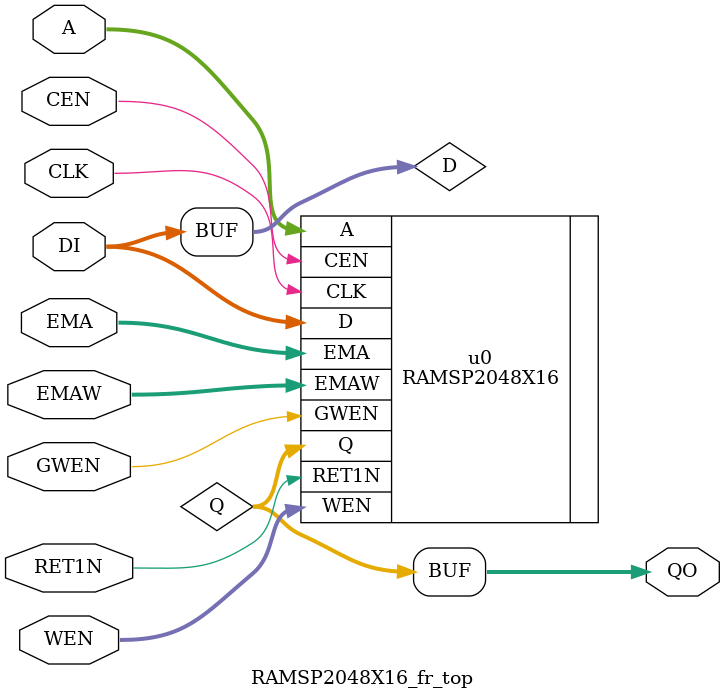
<source format=v>
/* common_memcomp Version: 4.0.5-beta22 */
/* lang compiler Version: 4.1.6-beta1 Jul 19 2012 13:55:19 */
//
//       CONFIDENTIAL AND PROPRIETARY SOFTWARE OF ARM PHYSICAL IP, INC.
//      
//       Copyright (c) 1993 - 2022 ARM Physical IP, Inc.  All Rights Reserved.
//      
//       Use of this Software is subject to the terms and conditions of the
//       applicable license agreement with ARM Physical IP, Inc.
//       In addition, this Software is protected by patents, copyright law 
//       and international treaties.
//      
//       The copyright notice(s) in this Software does not indicate actual or
//       intended publication of this Software.
//
//       Repair Verilog RTL for Synchronous Single-Port Register File
//
//       Instance Name:              RAMSP2048X16_rtl_top
//       Words:                      2048
//       User Bits:                  16
//       Mux:                        8
//       Drive:                      6
//       Write Mask:                 On
//       Extra Margin Adjustment:    On
//       Redundancy:                 off
//       Redundant Rows:             0
//       Redundant Columns:          0
//       Test Muxes                  Off
//       Ser:                        none
//       Retention:                  on
//       Power Gating:               off
//
//       Creation Date:  Wed Nov 16 19:13:25 2022
//       Version:      r1p1
//
//       Verified
//
//       Known Bugs: None.
//
//       Known Work Arounds: N/A
//
`timescale 1ns/1ps

module RAMSP2048X16_rtl_top (
          Q, 
          CLK, 
          CEN, 
          WEN, 
          A, 
          D, 
          EMA, 
          EMAW, 
          GWEN, 
          RET1N
   );

   output [15:0]            Q;
   input                    CLK;
   input                    CEN;
   input [15:0]             WEN;
   input [10:0]             A;
   input [15:0]             D;
   input [2:0]              EMA;
   input [1:0]              EMAW;
   input                    GWEN;
   input                    RET1N;
   wire [15:0]             DI;
   wire [15:0]             QO;

   assign Q = QO;
   assign DI = D;
   RAMSP2048X16_fr_top u0 (
         .QO(QO),
         .CLK(CLK),
         .CEN(CEN),
         .WEN(WEN),
         .A(A),
         .DI(DI),
         .EMA(EMA),
         .EMAW(EMAW),
         .GWEN(GWEN),
         .RET1N(RET1N)
);

endmodule

module RAMSP2048X16_fr_top (
          QO, 
          CLK, 
          CEN, 
          WEN, 
          A, 
          DI, 
          EMA, 
          EMAW, 
          GWEN, 
          RET1N
   );

   output [15:0]            QO;
   input                    CLK;
   input                    CEN;
   input [15:0]             WEN;
   input [10:0]             A;
   input [15:0]             DI;
   input [2:0]              EMA;
   input [1:0]              EMAW;
   input                    GWEN;
   input                    RET1N;

   wire [15:0]    D;
   wire [15:0]    Q;

   assign D=DI;
   assign QO=Q;
   RAMSP2048X16 u0 (
         .Q(Q),
         .CLK(CLK),
         .CEN(CEN),
         .WEN(WEN),
         .A(A),
         .D(D),
         .EMA(EMA),
         .EMAW(EMAW),
         .GWEN(GWEN),
         .RET1N(RET1N)
   );

endmodule // RAMSP2048X16_fr_top


</source>
